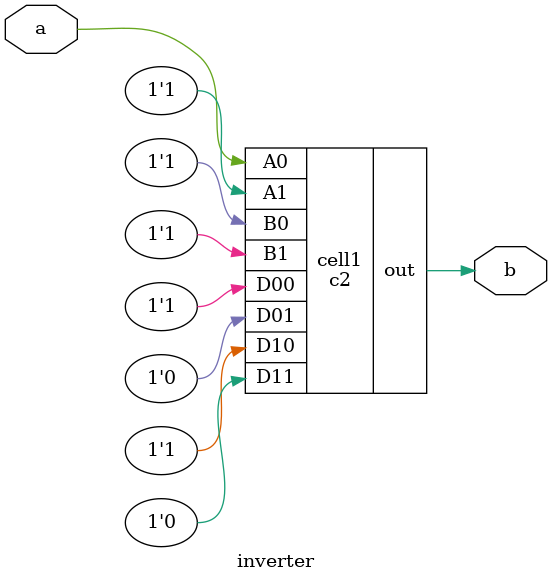
<source format=v>
module c1(input A0 , A1 , SA , B0 , B1 ,SB , S0 , S1,output f) ;
wire f1 , f2 , s2; 
assign f1 = (SA)? A1:A0;
assign f2 = (SB)? B1:B0;
assign s2 = S0|S1;
endmodule
module c2 (input D00 , D01 ,D10 , D11 , A1 , B1 , A0 , B0 , output reg out);
    wire s0 , s1; 
    assign s1 = A1 | B1 ;
    assign s0 = A0 & B0 ;
    always @(*)
    begin 
      if (s1 == 1 && s0 == 1)
      begin
        out = D11;
      end
      if (s1 == 1 && s0 == 0)
      begin
        out = D10;
      end
      if (s1 == 0 && s0 == 1)
      begin
        out = D01;
      end
      if (s1 == 0 && s0 == 0)
      begin
        out = D00;
      end
    end
endmodule
module FDCP(
  input clk , CLR, D, 
  output reg Q);

  always @(posedge clk or posedge CLR)
    if(CLR)
      Q <= 0;
    else
      Q <= D;
endmodule
module s1(input D00 , D01 ,D10 , D11 , A1 , B1 , A0 , clr , clk , output out);
    wire s0 , s1 ,d; 
    assign s1 = A1 | B1 ;
    assign s0 = A0 & clr ;
    assign d= ({s1,s0}== 2'd0)? D00: 
              ({s1,s0}==2'd1)? D01: 
              ({s1,s0}==2'd2)? D10: 
              ({s1,s0}==2'd3)? D11 :
                    2'bz;
    FDCP ff(clk , clr , d, out) ;

endmodule
module s2(input D00 , D01 ,D10 , D11 , A1 , B1 , A0,B0 , clr , clk , output out);
     wire s0 , s1 ,d; 
    assign s1 = A1 | B1 ;
    assign s0 = A0 & B0;
    assign d= ({s1,s0}== 2'd0)? D00: 
              ({s1,s0}==2'd1)? D01: 
              ({s1,s0}==2'd2)? D10: 
              ({s1,s0}==2'd3)? D11 :
                    2'bz;
    FDCP ff (clk , clr , d, out) ;     
endmodule
module And (input a , b , output c );
  c2 cell1 (0,1,0,1,1,1,a ,b,c);
  //module c2 (input D00 , D01 ,D10 , D11 , A1 , B1 , A0 , B0 , output reg out);
endmodule
module inverter(input a , output b);
  c2 cell1 (1,0,1,0,1,1,a,1,b);

endmodule
</source>
